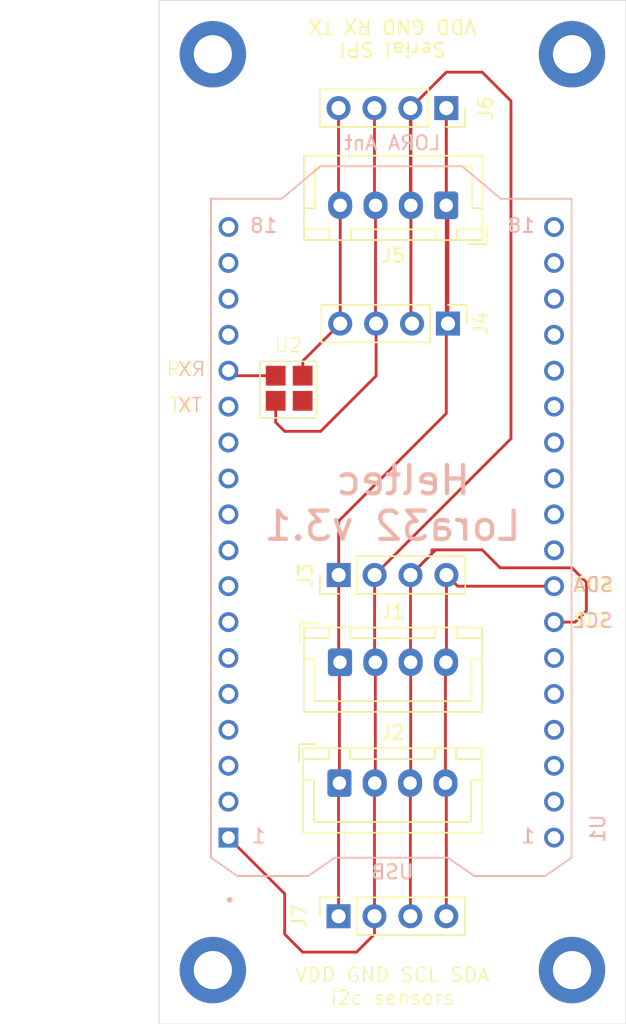
<source format=kicad_pcb>
(kicad_pcb (version 20240108) (generator "pcbnew") (generator_version "8.0")
  (layers (0 "F.Cu" signal) (31 "B.Cu" signal) (34 "B.Paste" user) (35 "F.Paste" user) (36 "B.SilkS" user "B.Silkscreen") (37 "F.SilkS" user "F.Silkscreen") (38 "B.Mask" user) (39 "F.Mask" user) (44 "Edge.Cuts" user))
  (net 0 "")
  (net 1 "Net-(U1-3V3-PadJ3_2)")
  (net 16 "Net-(U1-VEXT-PadJ2_3)")
  (net 23 "/SCL")
  (net 24 "/SDA")
  (net 25 "GND")
  (net 26 "VDD")
  (net 27 "RX")
  (net 28 "TX")
  (footprint "Connector_JST:JST_XH_B4B-XH-A_1x04_P2.50mm_Vertical" (layer "F.Cu") (at 68.68 116.66)
    (property "Reference" "J1" (at 3.75 -3.55 0) (layer "F.SilkS"))
    (property "Value" "i2c")
    (fp_line (start -2.85 -2.75) (end -2.85 -1.5) (stroke (width 0.12)) (layer "F.SilkS"))
    (fp_line (start -2.56 -2.46) (end -2.56 3.51) (stroke (width 0.12)) (layer "F.SilkS"))
    (fp_line (start -2.56 3.51) (end 10.06 3.51) (stroke (width 0.12)) (layer "F.SilkS"))
    (fp_line (start -2.55 -2.45) (end -2.55 -1.7) (stroke (width 0.12)) (layer "F.SilkS"))
    (fp_line (start -2.55 -1.7) (end -0.75 -1.7) (stroke (width 0.12)) (layer "F.SilkS"))
    (fp_line (start -2.55 -0.2) (end -1.8 -0.2) (stroke (width 0.12)) (layer "F.SilkS"))
    (fp_line (start -1.8 -0.2) (end -1.8 2.75) (stroke (width 0.12)) (layer "F.SilkS"))
    (fp_line (start -1.8 2.75) (end 3.75 2.75) (stroke (width 0.12)) (layer "F.SilkS"))
    (fp_line (start -1.6 -2.75) (end -2.85 -2.75) (stroke (width 0.12)) (layer "F.SilkS"))
    (fp_line (start -0.75 -2.45) (end -2.55 -2.45) (stroke (width 0.12)) (layer "F.SilkS"))
    (fp_line (start -0.75 -1.7) (end -0.75 -2.45) (stroke (width 0.12)) (layer "F.SilkS"))
    (fp_line (start 0.75 -2.45) (end 0.75 -1.7) (stroke (width 0.12)) (layer "F.SilkS"))
    (fp_line (start 0.75 -1.7) (end 6.75 -1.7) (stroke (width 0.12)) (layer "F.SilkS"))
    (fp_line (start 6.75 -2.45) (end 0.75 -2.45) (stroke (width 0.12)) (layer "F.SilkS"))
    (fp_line (start 6.75 -1.7) (end 6.75 -2.45) (stroke (width 0.12)) (layer "F.SilkS"))
    (fp_line (start 8.25 -2.45) (end 8.25 -1.7) (stroke (width 0.12)) (layer "F.SilkS"))
    (fp_line (start 8.25 -1.7) (end 10.05 -1.7) (stroke (width 0.12)) (layer "F.SilkS"))
    (fp_line (start 9.3 -0.2) (end 9.3 2.75) (stroke (width 0.12)) (layer "F.SilkS"))
    (fp_line (start 9.3 2.75) (end 3.75 2.75) (stroke (width 0.12)) (layer "F.SilkS"))
    (fp_line (start 10.05 -2.45) (end 8.25 -2.45) (stroke (width 0.12)) (layer "F.SilkS"))
    (fp_line (start 10.05 -1.7) (end 10.05 -2.45) (stroke (width 0.12)) (layer "F.SilkS"))
    (fp_line (start 10.05 -0.2) (end 9.3 -0.2) (stroke (width 0.12)) (layer "F.SilkS"))
    (fp_line (start 10.06 -2.46) (end -2.56 -2.46) (stroke (width 0.12)) (layer "F.SilkS"))
    (fp_line (start 10.06 3.51) (end 10.06 -2.46) (stroke (width 0.12)) (layer "F.SilkS"))
    (pad "1" thru_hole roundrect (at 0 0) (size 1.7 1.95) (drill 0.95) (layers "*.Cu" "*.Mask") (roundrect_rratio 0.147059) (net 26 "VDD"))
    (pad "2" thru_hole oval (at 2.5 0) (size 1.7 1.95) (drill 0.95) (layers "*.Cu" "*.Mask") (net 25 "GND"))
    (pad "3" thru_hole oval (at 5 0) (size 1.7 1.95) (drill 0.95) (layers "*.Cu" "*.Mask") (net 23 "/SCL"))
    (pad "4" thru_hole oval (at 7.5 0) (size 1.7 1.95) (drill 0.95) (layers "*.Cu" "*.Mask") (net 24 "/SDA"))
  )
  (footprint "Connector_JST:JST_XH_B4B-XH-A_1x04_P2.50mm_Vertical" (layer "F.Cu") (at 68.64 125.205)
    (property "Reference" "J2" (at 3.75 -3.55 0) (layer "F.SilkS"))
    (property "Value" "i2c")
    (fp_line (start -2.85 -2.75) (end -2.85 -1.5) (stroke (width 0.12)) (layer "F.SilkS"))
    (fp_line (start -2.56 -2.46) (end -2.56 3.51) (stroke (width 0.12)) (layer "F.SilkS"))
    (fp_line (start -2.56 3.51) (end 10.06 3.51) (stroke (width 0.12)) (layer "F.SilkS"))
    (fp_line (start -2.55 -2.45) (end -2.55 -1.7) (stroke (width 0.12)) (layer "F.SilkS"))
    (fp_line (start -2.55 -1.7) (end -0.75 -1.7) (stroke (width 0.12)) (layer "F.SilkS"))
    (fp_line (start -2.55 -0.2) (end -1.8 -0.2) (stroke (width 0.12)) (layer "F.SilkS"))
    (fp_line (start -1.8 -0.2) (end -1.8 2.75) (stroke (width 0.12)) (layer "F.SilkS"))
    (fp_line (start -1.8 2.75) (end 3.75 2.75) (stroke (width 0.12)) (layer "F.SilkS"))
    (fp_line (start -1.6 -2.75) (end -2.85 -2.75) (stroke (width 0.12)) (layer "F.SilkS"))
    (fp_line (start -0.75 -2.45) (end -2.55 -2.45) (stroke (width 0.12)) (layer "F.SilkS"))
    (fp_line (start -0.75 -1.7) (end -0.75 -2.45) (stroke (width 0.12)) (layer "F.SilkS"))
    (fp_line (start 0.75 -2.45) (end 0.75 -1.7) (stroke (width 0.12)) (layer "F.SilkS"))
    (fp_line (start 0.75 -1.7) (end 6.75 -1.7) (stroke (width 0.12)) (layer "F.SilkS"))
    (fp_line (start 6.75 -2.45) (end 0.75 -2.45) (stroke (width 0.12)) (layer "F.SilkS"))
    (fp_line (start 6.75 -1.7) (end 6.75 -2.45) (stroke (width 0.12)) (layer "F.SilkS"))
    (fp_line (start 8.25 -2.45) (end 8.25 -1.7) (stroke (width 0.12)) (layer "F.SilkS"))
    (fp_line (start 8.25 -1.7) (end 10.05 -1.7) (stroke (width 0.12)) (layer "F.SilkS"))
    (fp_line (start 9.3 -0.2) (end 9.3 2.75) (stroke (width 0.12)) (layer "F.SilkS"))
    (fp_line (start 9.3 2.75) (end 3.75 2.75) (stroke (width 0.12)) (layer "F.SilkS"))
    (fp_line (start 10.05 -2.45) (end 8.25 -2.45) (stroke (width 0.12)) (layer "F.SilkS"))
    (fp_line (start 10.05 -1.7) (end 10.05 -2.45) (stroke (width 0.12)) (layer "F.SilkS"))
    (fp_line (start 10.05 -0.2) (end 9.3 -0.2) (stroke (width 0.12)) (layer "F.SilkS"))
    (fp_line (start 10.06 -2.46) (end -2.56 -2.46) (stroke (width 0.12)) (layer "F.SilkS"))
    (fp_line (start 10.06 3.51) (end 10.06 -2.46) (stroke (width 0.12)) (layer "F.SilkS"))
    (pad "1" thru_hole roundrect (at 0 0) (size 1.7 1.95) (drill 0.95) (layers "*.Cu" "*.Mask") (roundrect_rratio 0.147059) (net 26 "VDD"))
    (pad "2" thru_hole oval (at 2.5 0) (size 1.7 1.95) (drill 0.95) (layers "*.Cu" "*.Mask") (net 25 "GND"))
    (pad "3" thru_hole oval (at 5 0) (size 1.7 1.95) (drill 0.95) (layers "*.Cu" "*.Mask") (net 23 "/SCL"))
    (pad "4" thru_hole oval (at 7.5 0) (size 1.7 1.95) (drill 0.95) (layers "*.Cu" "*.Mask") (net 24 "/SDA"))
  )
  (footprint "" (layer "F.Cu") (at 85.09 138.43)
    (property "Reference" "" (at 0 0 0) (layer "F.SilkS") (effects (font (size 1.27 1.27))))
    (property "Value" "")
    (pad "1" thru_hole circle (at 0 0) (size 4.7 4.7) (drill 2.7) (layers "*.Cu" "*.Mask"))
  )
  (footprint "Connector_PinHeader_2.54mm:PinHeader_1x04_P2.54mm_Vertical" (layer "F.Cu") (at 68.59 110.49 90)
    (property "Reference" "J3" (at 0 -2.33 90) (layer "F.SilkS"))
    (property "Value" "i2c")
    (fp_line (start -1.33 -1.33) (end 0 -1.33) (stroke (width 0.12)) (layer "F.SilkS"))
    (fp_line (start -1.33 0) (end -1.33 -1.33) (stroke (width 0.12)) (layer "F.SilkS"))
    (fp_line (start 1.33 1.27) (end 1.33 8.95) (stroke (width 0.12)) (layer "F.SilkS"))
    (fp_line (start -1.33 1.27) (end 1.33 1.27) (stroke (width 0.12)) (layer "F.SilkS"))
    (fp_line (start -1.33 1.27) (end -1.33 8.95) (stroke (width 0.12)) (layer "F.SilkS"))
    (fp_line (start -1.33 8.95) (end 1.33 8.95) (stroke (width 0.12)) (layer "F.SilkS"))
    (pad "1" thru_hole rect (at 0 0 90) (size 1.7 1.7) (drill 1) (layers "*.Cu" "*.Mask") (net 26 "VDD"))
    (pad "2" thru_hole oval (at 0 2.54 90) (size 1.7 1.7) (drill 1) (layers "*.Cu" "*.Mask") (net 25 "GND"))
    (pad "3" thru_hole oval (at 0 5.08 90) (size 1.7 1.7) (drill 1) (layers "*.Cu" "*.Mask") (net 23 "/SCL"))
    (pad "4" thru_hole oval (at 0 7.62 90) (size 1.7 1.7) (drill 1) (layers "*.Cu" "*.Mask") (net 24 "/SDA"))
  )
  (footprint "" (layer "F.Cu") (at 59.69 138.43)
    (property "Reference" "" (at 0 0 0) (layer "F.SilkS") (effects (font (size 1.27 1.27))))
    (property "Value" "")
    (pad "1" thru_hole circle (at 0 0) (size 4.7 4.7) (drill 2.7) (layers "*.Cu" "*.Mask"))
  )
  (footprint "PCB_Heltec_v3_i2c:poka-yoke_rxtx" (layer "F.Cu") (at 65.024 94.742)
    (property "Reference" "U2" (at 0 -0.5 0) (layer "F.SilkS") (effects (font (thickness 0.1))))
    (property "Value" "~")
    (fp_rect (start -2 0.635) (end 2 4.635) (stroke (width 0.1)) (fill none) (layer "F.SilkS"))
    (pad "1" smd rect (at -0.889 1.651) (size 1.4 1.4) (layers "F.Cu" "F.Paste" "F.Mask") (net 27 "RX"))
    (pad "2" smd rect (at -0.889 3.429) (size 1.4 1.4) (layers "F.Cu" "F.Paste" "F.Mask") (net 28 "TX"))
    (pad "3" smd rect (at 1.016 3.429) (size 1.4 1.4) (layers "F.Cu" "F.Paste" "F.Mask") (net 28 "TX"))
    (pad "4" smd rect (at 1.016 1.651) (size 1.4 1.4) (layers "F.Cu" "F.Paste" "F.Mask") (net 27 "RX"))
  )
  (footprint "Connector_PinSocket_2.54mm:PinSocket_1x04_P2.54mm_Vertical" (layer "F.Cu") (at 76.2 77.47 -90)
    (property "Reference" "J6" (at 0 -2.77 90) (layer "F.SilkS"))
    (property "Value" "PINHD_1x4_Female")
    (fp_line (start -1.33 8.95) (end 1.33 8.95) (stroke (width 0.12)) (layer "F.SilkS"))
    (fp_line (start -1.33 1.27) (end -1.33 8.95) (stroke (width 0.12)) (layer "F.SilkS"))
    (fp_line (start -1.33 1.27) (end 1.33 1.27) (stroke (width 0.12)) (layer "F.SilkS"))
    (fp_line (start 1.33 1.27) (end 1.33 8.95) (stroke (width 0.12)) (layer "F.SilkS"))
    (fp_line (start 0 -1.33) (end 1.33 -1.33) (stroke (width 0.12)) (layer "F.SilkS"))
    (fp_line (start 1.33 -1.33) (end 1.33 0) (stroke (width 0.12)) (layer "F.SilkS"))
    (pad "1" thru_hole rect (at 0 0 270) (size 1.7 1.7) (drill 1) (layers "*.Cu" "*.Mask") (net 26 "VDD"))
    (pad "2" thru_hole oval (at 0 2.54 270) (size 1.7 1.7) (drill 1) (layers "*.Cu" "*.Mask") (net 25 "GND"))
    (pad "3" thru_hole oval (at 0 5.08 270) (size 1.7 1.7) (drill 1) (layers "*.Cu" "*.Mask") (net 28 "TX"))
    (pad "4" thru_hole oval (at 0 7.62 270) (size 1.7 1.7) (drill 1) (layers "*.Cu" "*.Mask") (net 27 "RX"))
  )
  (footprint "Connector_JST:JST_XH_B4B-XH-A_1x04_P2.50mm_Vertical" (layer "F.Cu") (at 76.194834 84.345 180)
    (property "Reference" "J5" (at 3.75 -3.55 360) (layer "F.SilkS"))
    (property "Value" "Conn_01x04_Pin")
    (fp_line (start 10.06 3.51) (end 10.06 -2.46) (stroke (width 0.12)) (layer "F.SilkS"))
    (fp_line (start 10.06 -2.46) (end -2.56 -2.46) (stroke (width 0.12)) (layer "F.SilkS"))
    (fp_line (start 10.05 -0.2) (end 9.3 -0.2) (stroke (width 0.12)) (layer "F.SilkS"))
    (fp_line (start 10.05 -1.7) (end 10.05 -2.45) (stroke (width 0.12)) (layer "F.SilkS"))
    (fp_line (start 10.05 -2.45) (end 8.25 -2.45) (stroke (width 0.12)) (layer "F.SilkS"))
    (fp_line (start 9.3 2.75) (end 3.75 2.75) (stroke (width 0.12)) (layer "F.SilkS"))
    (fp_line (start 9.3 -0.2) (end 9.3 2.75) (stroke (width 0.12)) (layer "F.SilkS"))
    (fp_line (start 8.25 -1.7) (end 10.05 -1.7) (stroke (width 0.12)) (layer "F.SilkS"))
    (fp_line (start 8.25 -2.45) (end 8.25 -1.7) (stroke (width 0.12)) (layer "F.SilkS"))
    (fp_line (start 6.75 -1.7) (end 6.75 -2.45) (stroke (width 0.12)) (layer "F.SilkS"))
    (fp_line (start 6.75 -2.45) (end 0.75 -2.45) (stroke (width 0.12)) (layer "F.SilkS"))
    (fp_line (start 0.75 -1.7) (end 6.75 -1.7) (stroke (width 0.12)) (layer "F.SilkS"))
    (fp_line (start 0.75 -2.45) (end 0.75 -1.7) (stroke (width 0.12)) (layer "F.SilkS"))
    (fp_line (start -0.75 -1.7) (end -0.75 -2.45) (stroke (width 0.12)) (layer "F.SilkS"))
    (fp_line (start -0.75 -2.45) (end -2.55 -2.45) (stroke (width 0.12)) (layer "F.SilkS"))
    (fp_line (start -1.6 -2.75) (end -2.85 -2.75) (stroke (width 0.12)) (layer "F.SilkS"))
    (fp_line (start -1.8 2.75) (end 3.75 2.75) (stroke (width 0.12)) (layer "F.SilkS"))
    (fp_line (start -1.8 -0.2) (end -1.8 2.75) (stroke (width 0.12)) (layer "F.SilkS"))
    (fp_line (start -2.55 -0.2) (end -1.8 -0.2) (stroke (width 0.12)) (layer "F.SilkS"))
    (fp_line (start -2.55 -1.7) (end -0.75 -1.7) (stroke (width 0.12)) (layer "F.SilkS"))
    (fp_line (start -2.55 -2.45) (end -2.55 -1.7) (stroke (width 0.12)) (layer "F.SilkS"))
    (fp_line (start -2.56 3.51) (end 10.06 3.51) (stroke (width 0.12)) (layer "F.SilkS"))
    (fp_line (start -2.56 -2.46) (end -2.56 3.51) (stroke (width 0.12)) (layer "F.SilkS"))
    (fp_line (start -2.85 -2.75) (end -2.85 -1.5) (stroke (width 0.12)) (layer "F.SilkS"))
    (pad "1" thru_hole roundrect (at 0 0 180) (size 1.7 1.95) (drill 0.95) (layers "*.Cu" "*.Mask") (roundrect_rratio 0.147059) (net 26 "VDD"))
    (pad "2" thru_hole oval (at 2.5 0 180) (size 1.7 1.95) (drill 0.95) (layers "*.Cu" "*.Mask") (net 25 "GND"))
    (pad "3" thru_hole oval (at 5 0 180) (size 1.7 1.95) (drill 0.95) (layers "*.Cu" "*.Mask") (net 28 "TX"))
    (pad "4" thru_hole oval (at 7.5 0 180) (size 1.7 1.95) (drill 0.95) (layers "*.Cu" "*.Mask") (net 27 "RX"))
  )
  (footprint "Connector_PinHeader_2.54mm:PinHeader_1x04_P2.54mm_Vertical" (layer "F.Cu") (at 76.317 92.71 -90)
    (property "Reference" "J4" (at 0 -2.33 90) (layer "F.SilkS"))
    (property "Value" "SPI")
    (fp_line (start -1.33 8.95) (end 1.33 8.95) (stroke (width 0.12)) (layer "F.SilkS"))
    (fp_line (start -1.33 1.27) (end -1.33 8.95) (stroke (width 0.12)) (layer "F.SilkS"))
    (fp_line (start -1.33 1.27) (end 1.33 1.27) (stroke (width 0.12)) (layer "F.SilkS"))
    (fp_line (start 1.33 1.27) (end 1.33 8.95) (stroke (width 0.12)) (layer "F.SilkS"))
    (fp_line (start -1.33 0) (end -1.33 -1.33) (stroke (width 0.12)) (layer "F.SilkS"))
    (fp_line (start -1.33 -1.33) (end 0 -1.33) (stroke (width 0.12)) (layer "F.SilkS"))
    (pad "1" thru_hole rect (at 0 0 270) (size 1.7 1.7) (drill 1) (layers "*.Cu" "*.Mask") (net 26 "VDD"))
    (pad "2" thru_hole oval (at 0 2.54 270) (size 1.7 1.7) (drill 1) (layers "*.Cu" "*.Mask") (net 25 "GND"))
    (pad "3" thru_hole oval (at 0 5.08 270) (size 1.7 1.7) (drill 1) (layers "*.Cu" "*.Mask") (net 28 "TX"))
    (pad "4" thru_hole oval (at 0 7.62 270) (size 1.7 1.7) (drill 1) (layers "*.Cu" "*.Mask") (net 27 "RX"))
  )
  (footprint "MountingHole:MountingHole_2.7mm_M2.5_DIN965_Pad" (layer "F.Cu") (at 59.69 73.66)
    (property "Reference" "REF**" (hide yes))
    (property "Value" "MountingHole_2.7mm_M2.5_DIN965_Pad")
    (pad "1" thru_hole circle (at 0 0) (size 4.7 4.7) (drill 2.7) (layers "*.Cu" "*.Mask"))
  )
  (footprint "" (layer "F.Cu") (at 85.09 73.66)
    (property "Reference" "" (at 0 0 0) (layer "F.SilkS") (effects (font (size 1.27 1.27))))
    (property "Value" "")
    (pad "1" thru_hole circle (at 0 0) (size 4.7 4.7) (drill 2.7) (layers "*.Cu" "*.Mask"))
  )
  (footprint "Connector_PinSocket_2.54mm:PinSocket_1x04_P2.54mm_Vertical" (layer "F.Cu") (at 68.58 134.62 90)
    (property "Reference" "J7" (at 0 -2.77 90) (layer "F.SilkS"))
    (property "Value" "PINHD_1x4_Female")
    (fp_line (start 1.33 -1.33) (end 1.33 0) (stroke (width 0.12)) (layer "F.SilkS"))
    (fp_line (start 0 -1.33) (end 1.33 -1.33) (stroke (width 0.12)) (layer "F.SilkS"))
    (fp_line (start 1.33 1.27) (end 1.33 8.95) (stroke (width 0.12)) (layer "F.SilkS"))
    (fp_line (start -1.33 1.27) (end 1.33 1.27) (stroke (width 0.12)) (layer "F.SilkS"))
    (fp_line (start -1.33 1.27) (end -1.33 8.95) (stroke (width 0.12)) (layer "F.SilkS"))
    (fp_line (start -1.33 8.95) (end 1.33 8.95) (stroke (width 0.12)) (layer "F.SilkS"))
    (pad "1" thru_hole rect (at 0 0 90) (size 1.7 1.7) (drill 1) (layers "*.Cu" "*.Mask") (net 26 "VDD"))
    (pad "2" thru_hole oval (at 0 2.54 90) (size 1.7 1.7) (drill 1) (layers "*.Cu" "*.Mask") (net 25 "GND"))
    (pad "3" thru_hole oval (at 0 5.08 90) (size 1.7 1.7) (drill 1) (layers "*.Cu" "*.Mask") (net 23 "/SCL"))
    (pad "4" thru_hole oval (at 0 7.62 90) (size 1.7 1.7) (drill 1) (layers "*.Cu" "*.Mask") (net 24 "/SDA"))
  )
  (footprint "ESP32_LORA_V2:MODULE_ESP32_LORA_V2.0" (layer "B.Cu") (at 72.3075 106.68 90)
    (property "Reference" "U1" (at -21.745 14.605 90) (layer "B.SilkS") (effects (justify mirror)))
    (property "Value" "ESP32_LORA_V2.0")
    (fp_line (start 22.8 -12.75) (end 22.8 -7.75) (stroke (width 0.127)) (layer "B.SilkS"))
    (fp_line (start -23.8 -12.75) (end 22.8 -12.75) (stroke (width 0.127)) (layer "B.SilkS"))
    (fp_line (start -23.8 -12.75) (end -25.1 -10.875) (stroke (width 0.127)) (layer "B.SilkS"))
    (fp_line (start -25.1 -5.875) (end -25.1 -10.875) (stroke (width 0.127)) (layer "B.SilkS"))
    (fp_line (start 25.1 -5) (end 22.8 -7.75) (stroke (width 0.127)) (layer "B.SilkS"))
    (fp_line (start 25.1 -5) (end 25.1 5) (stroke (width 0.127)) (layer "B.SilkS"))
    (fp_line (start -23.8 -4) (end -25.1 -5.875) (stroke (width 0.127)) (layer "B.SilkS"))
    (fp_line (start -23.8 4) (end -23.8 -4) (stroke (width 0.127)) (layer "B.SilkS"))
    (fp_line (start -23.8 4) (end -25.1 5.875) (stroke (width 0.127)) (layer "B.SilkS"))
    (fp_line (start 25.1 5) (end 22.8 7.75) (stroke (width 0.127)) (layer "B.SilkS"))
    (fp_line (start -25.1 5.875) (end -25.1 10.875) (stroke (width 0.127)) (layer "B.SilkS"))
    (fp_line (start 22.8 7.75) (end 22.8 12.75) (stroke (width 0.127)) (layer "B.SilkS"))
    (fp_line (start 22.8 12.75) (end -23.8 12.75) (stroke (width 0.127)) (layer "B.SilkS"))
    (fp_line (start -23.8 12.75) (end -25.1 10.875) (stroke (width 0.127)) (layer "B.SilkS"))
    (fp_circle (center -26.78 -11.43) (end -26.68 -11.43) (stroke (width 0.2)) (fill none) (layer "B.SilkS"))
    (pad "J2_1" thru_hole rect (at -22.38 -11.5125 90) (size 1.408 1.408) (drill 0.9) (layers "*.Cu" "*.Mask") (net 25 "GND"))
    (pad "J2_2" thru_hole circle (at -19.84 -11.5125 90) (size 1.408 1.408) (drill 0.9) (layers "*.Cu" "*.Mask"))
    (pad "J2_3" thru_hole circle (at -17.3 -11.5125 90) (size 1.408 1.408) (drill 0.9) (layers "*.Cu" "*.Mask") (net 16 "Net-(U1-VEXT-PadJ2_3)"))
    (pad "J2_4" thru_hole circle (at -14.76 -11.5125 90) (size 1.408 1.408) (drill 0.9) (layers "*.Cu" "*.Mask") (net 16 "Net-(U1-VEXT-PadJ2_3)"))
    (pad "J2_5" thru_hole circle (at -12.22 -11.5125 90) (size 1.408 1.408) (drill 0.9) (layers "*.Cu" "*.Mask"))
    (pad "J2_6" thru_hole circle (at -9.68 -11.5125 90) (size 1.408 1.408) (drill 0.9) (layers "*.Cu" "*.Mask"))
    (pad "J2_7" thru_hole circle (at -7.14 -11.5125 90) (size 1.408 1.408) (drill 0.9) (layers "*.Cu" "*.Mask"))
    (pad "J2_8" thru_hole circle (at -4.6 -11.5125 90) (size 1.408 1.408) (drill 0.9) (layers "*.Cu" "*.Mask"))
    (pad "J2_9" thru_hole circle (at -2.06 -11.5125 90) (size 1.408 1.408) (drill 0.9) (layers "*.Cu" "*.Mask"))
    (pad "J2_10" thru_hole circle (at 0.48 -11.5125 90) (size 1.408 1.408) (drill 0.9) (layers "*.Cu" "*.Mask"))
    (pad "J2_11" thru_hole circle (at 3.02 -11.5125 90) (size 1.408 1.408) (drill 0.9) (layers "*.Cu" "*.Mask"))
    (pad "J2_12" thru_hole circle (at 5.56 -11.5125 90) (size 1.408 1.408) (drill 0.9) (layers "*.Cu" "*.Mask"))
    (pad "J2_13" thru_hole circle (at 8.1 -11.5125 90) (size 1.408 1.408) (drill 0.9) (layers "*.Cu" "*.Mask") (net 28 "TX"))
    (pad "J2_14" thru_hole circle (at 10.64 -11.5125 90) (size 1.408 1.408) (drill 0.9) (layers "*.Cu" "*.Mask") (net 27 "RX"))
    (pad "J2_15" thru_hole circle (at 13.18 -11.5125 90) (size 1.408 1.408) (drill 0.9) (layers "*.Cu" "*.Mask"))
    (pad "J2_16" thru_hole circle (at 15.72 -11.5125 90) (size 1.408 1.408) (drill 0.9) (layers "*.Cu" "*.Mask"))
    (pad "J2_17" thru_hole circle (at 18.26 -11.5125 90) (size 1.408 1.408) (drill 0.9) (layers "*.Cu" "*.Mask"))
    (pad "J2_18" thru_hole circle (at 20.8 -11.5125 90) (size 1.408 1.408) (drill 0.9) (layers "*.Cu" "*.Mask"))
    (pad "J3_1" thru_hole circle (at -22.38 11.5125 90) (size 1.408 1.408) (drill 0.9) (layers "*.Cu" "*.Mask") (net 25 "GND"))
    (pad "J3_2" thru_hole circle (at -19.84 11.5125 90) (size 1.408 1.408) (drill 0.9) (layers "*.Cu" "*.Mask") (net 1 "Net-(U1-3V3-PadJ3_2)"))
    (pad "J3_3" thru_hole circle (at -17.3 11.5125 90) (size 1.408 1.408) (drill 0.9) (layers "*.Cu" "*.Mask") (net 1 "Net-(U1-3V3-PadJ3_2)"))
    (pad "J3_4" thru_hole circle (at -14.76 11.5125 90) (size 1.408 1.408) (drill 0.9) (layers "*.Cu" "*.Mask"))
    (pad "J3_5" thru_hole circle (at -12.22 11.5125 90) (size 1.408 1.408) (drill 0.9) (layers "*.Cu" "*.Mask"))
    (pad "J3_6" thru_hole circle (at -9.68 11.5125 90) (size 1.408 1.408) (drill 0.9) (layers "*.Cu" "*.Mask"))
    (pad "J3_7" thru_hole circle (at -7.14 11.5125 90) (size 1.408 1.408) (drill 0.9) (layers "*.Cu" "*.Mask") (net 23 "/SCL"))
    (pad "J3_8" thru_hole circle (at -4.6 11.5125 90) (size 1.408 1.408) (drill 0.9) (layers "*.Cu" "*.Mask") (net 24 "/SDA"))
    (pad "J3_9" thru_hole circle (at -2.06 11.5125 90) (size 1.408 1.408) (drill 0.9) (layers "*.Cu" "*.Mask"))
    (pad "J3_10" thru_hole circle (at 0.48 11.5125 90) (size 1.408 1.408) (drill 0.9) (layers "*.Cu" "*.Mask"))
    (pad "J3_11" thru_hole circle (at 3.02 11.5125 90) (size 1.408 1.408) (drill 0.9) (layers "*.Cu" "*.Mask"))
    (pad "J3_12" thru_hole circle (at 5.56 11.5125 90) (size 1.408 1.408) (drill 0.9) (layers "*.Cu" "*.Mask"))
    (pad "J3_13" thru_hole circle (at 8.1 11.5125 90) (size 1.408 1.408) (drill 0.9) (layers "*.Cu" "*.Mask"))
    (pad "J3_14" thru_hole circle (at 10.64 11.5125 90) (size 1.408 1.408) (drill 0.9) (layers "*.Cu" "*.Mask"))
    (pad "J3_15" thru_hole circle (at 13.18 11.5125 90) (size 1.408 1.408) (drill 0.9) (layers "*.Cu" "*.Mask"))
    (pad "J3_16" thru_hole circle (at 15.72 11.5125 90) (size 1.408 1.408) (drill 0.9) (layers "*.Cu" "*.Mask"))
    (pad "J3_17" thru_hole circle (at 18.26 11.5125 90) (size 1.408 1.408) (drill 0.9) (layers "*.Cu" "*.Mask"))
    (pad "J3_18" thru_hole circle (at 20.8 11.5125 90) (size 1.408 1.408) (drill 0.9) (layers "*.Cu" "*.Mask"))
  )
  (gr_rect (start 55.88 69.85) (end 88.9 142.24) (stroke (width 0.05)) (fill none) (layer "Edge.Cuts"))
  (gr_text "1" (at 63.5 129.54 0) (layer "B.SilkS") (effects (font (size 1 1)) (justify left bottom mirror)))
  (gr_text "1" (at 82.55 129.54 0) (layer "B.SilkS") (effects (font (size 1 1)) (justify left bottom mirror)))
  (gr_text "USB" (at 72.39 132.08 0) (layer "B.SilkS") (effects (font (size 1 1)) (justify bottom mirror)))
  (gr_text "SCL" (at 85.09 114.3 0) (layer "B.SilkS") (effects (font (size 1 1)) (justify right bottom mirror)))
  (gr_text "Heltec \nLora32 v3.1\n" (at 72.39 105.41 0) (layer "B.SilkS") (effects (font (size 2 2) (thickness 0.3)) (justify mirror)))
  (gr_text "18" (at 62.23 86.36 0) (layer "B.SilkS") (effects (font (size 1 1)) (justify right bottom mirror)))
  (gr_text "TX" (at 57.15 99.06 0) (layer "B.SilkS") (effects (font (size 1 1) (thickness 0.1)) (justify right bottom mirror)))
  (gr_text "RX" (at 57.15 96.52 0) (layer "B.SilkS") (effects (font (size 1 1) (thickness 0.1)) (justify right bottom mirror)))
  (gr_text "LORA Ant" (at 72.39 80.518 0) (layer "B.SilkS") (effects (font (size 1 1)) (justify bottom mirror)))
  (gr_text "SDA" (at 85.09 111.76 0) (layer "B.SilkS") (effects (font (size 1 1)) (justify right bottom mirror)))
  (gr_text "18" (at 82.55 86.36 0) (layer "B.SilkS") (effects (font (size 1 1)) (justify left bottom mirror)))
  (gr_text "RX" (at 58.42 96.52 0) (layer "F.SilkS") (effects (font (size 1 1) (thickness 0.1)) (justify right bottom)))
  (gr_text "VDD GND SCL SDA\ni2c sensors" (at 72.39 140.97 0) (layer "F.SilkS") (effects (font (size 1 1) (thickness 0.1)) (justify bottom)))
  (gr_text "SCL" (at 85.09 114.3 0) (layer "F.SilkS") (effects (font (size 1 1)) (justify left bottom)))
  (gr_text "TX" (at 58.42 99.06 0) (layer "F.SilkS") (effects (font (size 1 1) (thickness 0.1)) (justify right bottom)))
  (gr_text "Serial SPI\nVDD GND RX TX" (at 72.39 71.12 180) (layer "F.SilkS") (effects (font (size 1 1)) (justify bottom)))
  (gr_text "SDA" (at 85.09 111.76 0) (layer "F.SilkS") (effects (font (size 1 1)) (justify left bottom)))
  (segment (start 86.106 110.998) (end 85.09 109.982) (width 0.2) (layer "F.Cu") (net 23))
  (segment (start 73.66 125.73) (end 73.64 125.71) (width 0.2) (layer "F.Cu") (net 23))
  (segment (start 73.64 125.71) (end 73.64 125.205) (width 0.2) (layer "F.Cu") (net 23))
  (segment (start 83.82 113.82) (end 85.316 113.82) (width 0.2) (layer "F.Cu") (net 23))
  (segment (start 86.106 113.03) (end 86.106 110.998) (width 0.2) (layer "F.Cu") (net 23))
  (segment (start 73.66 134.62) (end 73.66 125.73) (width 0.2) (layer "F.Cu") (net 23))
  (segment (start 73.67 110.49) (end 75.448 108.712) (width 0.2) (layer "F.Cu") (net 23))
  (segment (start 75.448 108.712) (end 75.692 108.712) (width 0.2) (layer "F.Cu") (net 23))
  (segment (start 73.67 110.49) (end 73.67 116.65) (width 0.2) (layer "F.Cu") (net 23))
  (segment (start 80.01 109.982) (end 85.09 109.982) (width 0.2) (layer "F.Cu") (net 23))
  (segment (start 73.68 125.165) (end 73.64 125.205) (width 0.2) (layer "F.Cu") (net 23))
  (segment (start 85.316 113.82) (end 86.106 113.03) (width 0.2) (layer "F.Cu") (net 23))
  (segment (start 73.68 116.66) (end 73.68 125.165) (width 0.2) (layer "F.Cu") (net 23))
  (segment (start 73.67 116.65) (end 73.68 116.66) (width 0.2) (layer "F.Cu") (net 23))
  (segment (start 75.184 108.712) (end 75.692 108.712) (width 0.2) (layer "F.Cu") (net 23))
  (segment (start 75.692 108.712) (end 78.74 108.712) (width 0.2) (layer "F.Cu") (net 23))
  (segment (start 78.74 108.712) (end 80.01 109.982) (width 0.2) (layer "F.Cu") (net 23))
  (segment (start 75.184 108.976) (end 73.67 110.49) (width 0.2) (layer "F.Cu") (net 23))
  (segment (start 75.184 108.712) (end 75.184 108.976) (width 0.2) (layer "F.Cu") (net 23))
  (segment (start 76.14 125.67) (end 76.2 125.73) (width 0.2) (layer "F.Cu") (net 24))
  (segment (start 76.2 125.73) (end 76.2 134.62) (width 0.2) (layer "F.Cu") (net 24))
  (segment (start 76.21 110.49) (end 76.21 116.63) (width 0.2) (layer "F.Cu") (net 24))
  (segment (start 76.14 125.205) (end 76.14 116.7) (width 0.2) (layer "F.Cu") (net 24))
  (segment (start 76.14 116.7) (end 76.18 116.66) (width 0.2) (layer "F.Cu") (net 24))
  (segment (start 76.14 125.205) (end 76.14 125.67) (width 0.2) (layer "F.Cu") (net 24))
  (segment (start 77 111.28) (end 76.21 110.49) (width 0.2) (layer "F.Cu") (net 24))
  (segment (start 83.82 111.28) (end 77 111.28) (width 0.2) (layer "F.Cu") (net 24))
  (segment (start 76.21 116.63) (end 76.18 116.66) (width 0.2) (layer "F.Cu") (net 24))
  (segment (start 71.13 116.61) (end 71.18 116.66) (width 0.2) (layer "F.Cu") (net 25))
  (segment (start 73.694834 92.627834) (end 73.777 92.71) (width 0.2) (layer "F.Cu") (net 25))
  (segment (start 71.13 110.49) (end 71.13 116.61) (width 0.2) (layer "F.Cu") (net 25))
  (segment (start 71.14 125.205) (end 71.14 125.71) (width 0.2) (layer "F.Cu") (net 25))
  (segment (start 80.772 100.848) (end 71.13 110.49) (width 0.2) (layer "F.Cu") (net 25))
  (segment (start 73.7 85.09) (end 73.7 77.51) (width 0.2) (layer "F.Cu") (net 25))
  (segment (start 73.66 84.310166) (end 73.694834 84.345) (width 0.2) (layer "F.Cu") (net 25))
  (segment (start 71.14 125.71) (end 71.12 125.73) (width 0.2) (layer "F.Cu") (net 25))
  (segment (start 71.12 125.73) (end 71.12 135.89) (width 0.2) (layer "F.Cu") (net 25))
  (segment (start 78.74 74.93) (end 80.772 76.962) (width 0.2) (layer "F.Cu") (net 25))
  (segment (start 73.66 77.47) (end 76.2 74.93) (width 0.2) (layer "F.Cu") (net 25))
  (segment (start 73.7 85.09) (end 73.7 92.68) (width 0.2) (layer "F.Cu") (net 25))
  (segment (start 73.66 77.47) (end 73.66 84.310166) (width 0.2) (layer "F.Cu") (net 25))
  (segment (start 80.772 76.962) (end 80.772 100.848) (width 0.2) (layer "F.Cu") (net 25))
  (segment (start 64.77 135.89) (end 64.77 133.035) (width 0.2) (layer "F.Cu") (net 25))
  (segment (start 73.694834 84.345) (end 73.694834 92.627834) (width 0.2) (layer "F.Cu") (net 25))
  (segment (start 73.7 77.51) (end 73.66 77.47) (width 0.2) (layer "F.Cu") (net 25))
  (segment (start 66.04 137.16) (end 64.77 135.89) (width 0.2) (layer "F.Cu") (net 25))
  (segment (start 71.18 125.165) (end 71.14 125.205) (width 0.2) (layer "F.Cu") (net 25))
  (segment (start 76.2 74.93) (end 78.74 74.93) (width 0.2) (layer "F.Cu") (net 25))
  (segment (start 71.18 116.66) (end 71.18 125.165) (width 0.2) (layer "F.Cu") (net 25))
  (segment (start 69.85 137.16) (end 66.04 137.16) (width 0.2) (layer "F.Cu") (net 25))
  (segment (start 64.77 133.035) (end 60.795 129.06) (width 0.2) (layer "F.Cu") (net 25))
  (segment (start 71.12 135.89) (end 69.85 137.16) (width 0.2) (layer "F.Cu") (net 25))
  (segment (start 76.2 85.09) (end 76.2 77.47) (width 0.2) (layer "F.Cu") (net 26))
  (segment (start 76.194834 84.345) (end 76.194834 83.825166) (width 0.2) (layer "F.Cu") (net 26))
  (segment (start 76.317 84.467166) (end 76.194834 84.345) (width 0.2) (layer "F.Cu") (net 26))
  (segment (start 76.2 83.82) (end 76.2 77.47) (width 0.2) (layer "F.Cu") (net 26))
  (segment (start 76.2 99.06) (end 76.2 92.827) (width 0.2) (layer "F.Cu") (net 26))
  (segment (start 68.59 106.67) (end 76.2 99.06) (width 0.2) (layer "F.Cu") (net 26))
  (segment (start 68.68 116.74) (end 68.64 116.78) (width 0.2) (layer "F.Cu") (net 26))
  (segment (start 76.2 92.827) (end 76.317 92.71) (width 0.2) (layer "F.Cu") (net 26))
  (segment (start 68.58 134.62) (end 68.58 125.73) (width 0.2) (layer "F.Cu") (net 26))
  (segment (start 68.59 110.49) (end 68.59 106.67) (width 0.2) (layer "F.Cu") (net 26))
  (segment (start 68.64 116.78) (end 68.64 125.205) (width 0.2) (layer "F.Cu") (net 26))
  (segment (start 68.59 116.57) (end 68.68 116.66) (width 0.2) (layer "F.Cu") (net 26))
  (segment (start 68.59 110.49) (end 68.59 116.57) (width 0.2) (layer "F.Cu") (net 26))
  (segment (start 76.2 85.09) (end 76.2 92.7) (width 0.2) (layer "F.Cu") (net 26))
  (segment (start 68.59 109.924315) (end 68.307157 110.207158) (width 0.2) (layer "F.Cu") (net 26))
  (segment (start 76.2 92.7) (end 76.21 92.71) (width 0.2) (layer "F.Cu") (net 26))
  (segment (start 68.64 125.67) (end 68.64 125.205) (width 0.2) (layer "F.Cu") (net 26))
  (segment (start 76.317 92.71) (end 76.317 84.467166) (width 0.2) (layer "F.Cu") (net 26))
  (segment (start 68.58 125.73) (end 68.64 125.67) (width 0.2) (layer "F.Cu") (net 26))
  (segment (start 76.194834 83.825166) (end 76.2 83.82) (width 0.2) (layer "F.Cu") (net 26))
  (segment (start 68.68 116.66) (end 68.68 116.74) (width 0.2) (layer "F.Cu") (net 26))
  (segment (start 66.053785 95.353215) (end 66.053785 95.993238) (width 0.2) (layer "F.Cu") (net 27))
  (segment (start 68.58 83.82) (end 68.58 77.47) (width 0.2) (layer "F.Cu") (net 27))
  (segment (start 68.7 83.94) (end 68.58 83.82) (width 0.2) (layer "F.Cu") (net 27))
  (segment (start 61.148 96.393) (end 60.795 96.04) (width 0.2) (layer "F.Cu") (net 27))
  (segment (start 68.697 84.347166) (end 68.694834 84.345) (width 0.2) (layer "F.Cu") (net 27))
  (segment (start 68.7 85.09) (end 68.7 83.94) (width 0.2) (layer "F.Cu") (net 27))
  (segment (start 68.697 92.71) (end 68.697 84.347166) (width 0.2) (layer "F.Cu") (net 27))
  (segment (start 64.135 96.393) (end 61.148 96.393) (width 0.2) (layer "F.Cu") (net 27))
  (segment (start 68.697 92.71) (end 66.053785 95.353215) (width 0.2) (layer "F.Cu") (net 27))
  (segment (start 64.135 99.695) (end 64.135 98.171) (width 0.2) (layer "F.Cu") (net 28))
  (segment (start 71.12 83.82) (end 71.12 77.47) (width 0.2) (layer "F.Cu") (net 28))
  (segment (start 71.237 96.403) (end 67.31 100.33) (width 0.2) (layer "F.Cu") (net 28))
  (segment (start 71.2 83.9) (end 71.12 83.82) (width 0.2) (layer "F.Cu") (net 28))
  (segment (start 71.194834 84.345) (end 71.194834 92.667834) (width 0.2) (layer "F.Cu") (net 28))
  (segment (start 71.2 85.09) (end 71.2 83.9) (width 0.2) (layer "F.Cu") (net 28))
  (segment (start 71.237 92.71) (end 71.237 96.403) (width 0.2) (layer "F.Cu") (net 28))
  (segment (start 71.194834 92.667834) (end 71.237 92.71) (width 0.2) (layer "F.Cu") (net 28))
  (segment (start 67.31 100.33) (end 64.77 100.33) (width 0.2) (layer "F.Cu") (net 28))
  (segment (start 64.77 100.33) (end 64.135 99.695) (width 0.2) (layer "F.Cu") (net 28))
  (segment (start 64.111977 98.58) (end 64.121215 98.570762) (width 0.2) (layer "F.Cu") (net 28))
)
</source>
